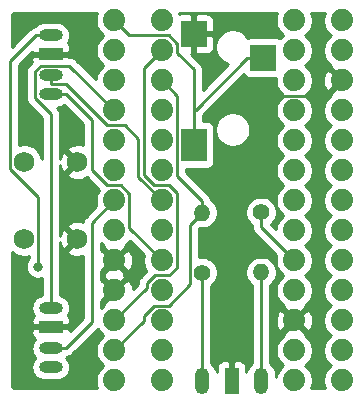
<source format=gbr>
G04 #@! TF.GenerationSoftware,KiCad,Pcbnew,(5.1.5-0-10_14)*
G04 #@! TF.CreationDate,2020-05-13T01:35:36-07:00*
G04 #@! TF.ProjectId,prost-pcb,70726f73-742d-4706-9362-2e6b69636164,0.1.0*
G04 #@! TF.SameCoordinates,Original*
G04 #@! TF.FileFunction,Copper,L1,Top*
G04 #@! TF.FilePolarity,Positive*
%FSLAX46Y46*%
G04 Gerber Fmt 4.6, Leading zero omitted, Abs format (unit mm)*
G04 Created by KiCad (PCBNEW (5.1.5-0-10_14)) date 2020-05-13 01:35:36*
%MOMM*%
%LPD*%
G04 APERTURE LIST*
%ADD10C,1.879600*%
%ADD11R,2.200000X2.200000*%
%ADD12R,2.200000X2.800000*%
%ADD13O,1.400000X1.400000*%
%ADD14C,1.400000*%
%ADD15O,1.250000X2.250000*%
%ADD16R,1.250000X2.250000*%
%ADD17O,2.000000X1.000000*%
%ADD18R,2.000000X1.000000*%
%ADD19C,1.750000*%
%ADD20C,0.800000*%
%ADD21C,0.250000*%
%ADD22C,0.254000*%
G04 APERTURE END LIST*
D10*
X157600000Y-117240000D03*
X142380000Y-117240000D03*
D11*
X155000000Y-89900000D03*
D12*
X149100000Y-97300000D03*
D11*
X149100000Y-87900000D03*
D13*
X149800000Y-103020000D03*
D14*
X149800000Y-108100000D03*
D13*
X154800000Y-108080000D03*
D14*
X154800000Y-103000000D03*
D15*
X149800000Y-117290000D03*
X154800000Y-117290000D03*
D16*
X152300000Y-117290000D03*
D10*
X157620000Y-114700000D03*
X157620000Y-112160000D03*
X157620000Y-109620000D03*
X157620000Y-107080000D03*
X157620000Y-104540000D03*
X157620000Y-102000000D03*
X157620000Y-99460000D03*
X157620000Y-96920000D03*
X157620000Y-94380000D03*
X157620000Y-91840000D03*
X157620000Y-89300000D03*
X157620000Y-86760000D03*
X142380000Y-86760000D03*
X142380000Y-89300000D03*
X142380000Y-91840000D03*
X142380000Y-94380000D03*
X142380000Y-96920000D03*
X142380000Y-99460000D03*
X142380000Y-102000000D03*
X142380000Y-104540000D03*
X142380000Y-107080000D03*
X142380000Y-109620000D03*
X142380000Y-112160000D03*
X142380000Y-114700000D03*
X161620000Y-86760000D03*
X161620000Y-89300000D03*
X161620000Y-91840000D03*
X161620000Y-94380000D03*
X161620000Y-96920000D03*
X161620000Y-99460000D03*
X161620000Y-102000000D03*
X161620000Y-104540000D03*
X161620000Y-107080000D03*
X161620000Y-109620000D03*
X161620000Y-112160000D03*
X161620000Y-114700000D03*
X161620000Y-117240000D03*
X146380000Y-117240000D03*
X146380000Y-114700000D03*
X146380000Y-112160000D03*
X146380000Y-109620000D03*
X146380000Y-107080000D03*
X146380000Y-104540000D03*
X146380000Y-102000000D03*
X146380000Y-99460000D03*
X146380000Y-96920000D03*
X146380000Y-94380000D03*
X146380000Y-91840000D03*
X146380000Y-89300000D03*
X146380000Y-86760000D03*
D17*
X137000000Y-111100000D03*
X137000000Y-116100000D03*
X137000000Y-114500000D03*
D18*
X137000000Y-112700000D03*
D17*
X137000000Y-88000000D03*
X137000000Y-93000000D03*
X137000000Y-91400000D03*
D18*
X137000000Y-89600000D03*
D19*
X139250000Y-98750000D03*
X139250000Y-105250000D03*
X134750000Y-98750000D03*
X134750000Y-105250000D03*
D20*
X135900000Y-107600000D03*
X150800000Y-94400000D03*
D21*
X133549999Y-90200001D02*
X135750000Y-88000000D01*
X133549999Y-99326001D02*
X133549999Y-90200001D01*
X135950001Y-101726003D02*
X133549999Y-99326001D01*
X135950001Y-105826001D02*
X135950001Y-101726003D01*
X135900000Y-105876002D02*
X135950001Y-105826001D01*
X135750000Y-88000000D02*
X137000000Y-88000000D01*
X135900000Y-107600000D02*
X135900000Y-105876002D01*
X140450001Y-99401907D02*
X140450001Y-95200001D01*
X140450001Y-95200001D02*
X138250000Y-93000000D01*
X141772895Y-100724801D02*
X140450001Y-99401907D01*
X142924801Y-100724801D02*
X141772895Y-100724801D01*
X138250000Y-93000000D02*
X137000000Y-93000000D01*
X143644801Y-101444801D02*
X142924801Y-100724801D01*
X143644801Y-104344801D02*
X143644801Y-101444801D01*
X146380000Y-107080000D02*
X143644801Y-104344801D01*
X136158270Y-90574990D02*
X138574990Y-90574990D01*
X138574990Y-90574990D02*
X142380000Y-94380000D01*
X135674990Y-91058270D02*
X136158270Y-90574990D01*
X135674990Y-93341730D02*
X135674990Y-91058270D01*
X137000000Y-94666740D02*
X135674990Y-93341730D01*
X137000000Y-111100000D02*
X137000000Y-94666740D01*
X141772895Y-95644801D02*
X143244801Y-95644801D01*
X138303084Y-92174990D02*
X141772895Y-95644801D01*
X137024990Y-92174990D02*
X138303084Y-92174990D01*
X137000000Y-92150000D02*
X137024990Y-92174990D01*
X137000000Y-91400000D02*
X137000000Y-92150000D01*
X143244801Y-95644801D02*
X144400000Y-96800000D01*
X144400000Y-100020000D02*
X146380000Y-102000000D01*
X144400000Y-96800000D02*
X144400000Y-100020000D01*
X138250000Y-114500000D02*
X137000000Y-114500000D01*
X140450001Y-112299999D02*
X138250000Y-114500000D01*
X140450001Y-103929999D02*
X140450001Y-112299999D01*
X142380000Y-102000000D02*
X140450001Y-103929999D01*
X149800000Y-108100000D02*
X149800000Y-117290000D01*
X154800000Y-108080000D02*
X154800000Y-117290000D01*
X142380000Y-114700000D02*
X144880000Y-112200000D01*
X148774999Y-104045001D02*
X149800000Y-103020000D01*
X146976707Y-110895199D02*
X148774999Y-109096907D01*
X145772895Y-110895199D02*
X146976707Y-110895199D01*
X148774999Y-109096907D02*
X148774999Y-104045001D01*
X144880000Y-111788094D02*
X145772895Y-110895199D01*
X144880000Y-112200000D02*
X144880000Y-111788094D01*
X149800000Y-102030051D02*
X149800000Y-103020000D01*
X147674999Y-99905050D02*
X149800000Y-102030051D01*
X147674999Y-93134999D02*
X147674999Y-99905050D01*
X146380000Y-91840000D02*
X147674999Y-93134999D01*
X147644801Y-101382497D02*
X146987105Y-100724801D01*
X145772895Y-100724801D02*
X144900000Y-99851906D01*
X147644801Y-107687105D02*
X147644801Y-101382497D01*
X146987105Y-108344801D02*
X147644801Y-107687105D01*
X145783293Y-108344801D02*
X146987105Y-108344801D01*
X146987105Y-100724801D02*
X145772895Y-100724801D01*
X145115199Y-109424801D02*
X145115199Y-109012895D01*
X145115199Y-109012895D02*
X145783293Y-108344801D01*
X142380000Y-112160000D02*
X145115199Y-109424801D01*
X144900000Y-90780000D02*
X146380000Y-89300000D01*
X144900000Y-99851906D02*
X144900000Y-90780000D01*
X154800000Y-104260000D02*
X154800000Y-103000000D01*
X157620000Y-107080000D02*
X154800000Y-104260000D01*
X143644801Y-88024801D02*
X142380000Y-86760000D01*
X146976707Y-88024801D02*
X143644801Y-88024801D01*
X147674999Y-88723093D02*
X146976707Y-88024801D01*
X147674999Y-89474999D02*
X147674999Y-88723093D01*
X149100000Y-90900000D02*
X147674999Y-89474999D01*
X153650000Y-89900000D02*
X149250000Y-94300000D01*
X155000000Y-89900000D02*
X153650000Y-89900000D01*
X149100000Y-94300000D02*
X149100000Y-90900000D01*
X149250000Y-94300000D02*
X149100000Y-94300000D01*
X149100000Y-97300000D02*
X149100000Y-94300000D01*
X152084801Y-93115199D02*
X150800000Y-94400000D01*
X160344801Y-93115199D02*
X152084801Y-93115199D01*
X161620000Y-91840000D02*
X160344801Y-93115199D01*
D22*
G36*
X139690002Y-95514804D02*
G01*
X139690001Y-97303901D01*
X139479474Y-97250145D01*
X139182457Y-97234196D01*
X138888037Y-97276499D01*
X138607526Y-97375428D01*
X138464025Y-97452132D01*
X138383365Y-97703760D01*
X139250000Y-98570395D01*
X139264143Y-98556253D01*
X139443748Y-98735858D01*
X139429605Y-98750000D01*
X139443748Y-98764143D01*
X139264143Y-98943748D01*
X139250000Y-98929605D01*
X138383365Y-99796240D01*
X138464025Y-100047868D01*
X138732329Y-100176267D01*
X139020526Y-100249855D01*
X139317543Y-100265804D01*
X139611963Y-100223501D01*
X139892474Y-100124572D01*
X140026321Y-100053028D01*
X141081728Y-101108436D01*
X140984430Y-101254052D01*
X140865718Y-101540648D01*
X140805200Y-101844896D01*
X140805200Y-102155104D01*
X140862421Y-102442777D01*
X139939004Y-103366195D01*
X139910000Y-103389998D01*
X139865456Y-103444276D01*
X139815027Y-103505723D01*
X139774724Y-103581125D01*
X139744455Y-103637753D01*
X139700998Y-103781014D01*
X139698529Y-103806078D01*
X139479474Y-103750145D01*
X139182457Y-103734196D01*
X138888037Y-103776499D01*
X138607526Y-103875428D01*
X138464025Y-103952132D01*
X138383365Y-104203760D01*
X139250000Y-105070395D01*
X139264143Y-105056253D01*
X139443748Y-105235858D01*
X139429605Y-105250000D01*
X139443748Y-105264143D01*
X139264143Y-105443748D01*
X139250000Y-105429605D01*
X138383365Y-106296240D01*
X138464025Y-106547868D01*
X138732329Y-106676267D01*
X139020526Y-106749855D01*
X139317543Y-106765804D01*
X139611963Y-106723501D01*
X139690001Y-106695979D01*
X139690002Y-111985196D01*
X138635770Y-113039429D01*
X138635000Y-112985750D01*
X138476250Y-112827000D01*
X137127000Y-112827000D01*
X137127000Y-112847000D01*
X136873000Y-112847000D01*
X136873000Y-112827000D01*
X135523750Y-112827000D01*
X135365000Y-112985750D01*
X135361928Y-113200000D01*
X135374188Y-113324482D01*
X135410498Y-113444180D01*
X135469463Y-113554494D01*
X135548815Y-113651185D01*
X135645506Y-113730537D01*
X135657803Y-113737110D01*
X135551716Y-113866377D01*
X135446324Y-114063553D01*
X135381423Y-114277501D01*
X135359509Y-114500000D01*
X135381423Y-114722499D01*
X135446324Y-114936447D01*
X135551716Y-115133623D01*
X135688258Y-115300000D01*
X135551716Y-115466377D01*
X135446324Y-115663553D01*
X135381423Y-115877501D01*
X135359509Y-116100000D01*
X135381423Y-116322499D01*
X135446324Y-116536447D01*
X135551716Y-116733623D01*
X135693551Y-116906449D01*
X135866377Y-117048284D01*
X136063553Y-117153676D01*
X136277501Y-117218577D01*
X136444248Y-117235000D01*
X137555752Y-117235000D01*
X137722499Y-117218577D01*
X137936447Y-117153676D01*
X138133623Y-117048284D01*
X138306449Y-116906449D01*
X138448284Y-116733623D01*
X138553676Y-116536447D01*
X138618577Y-116322499D01*
X138640491Y-116100000D01*
X138618577Y-115877501D01*
X138553676Y-115663553D01*
X138448284Y-115466377D01*
X138311742Y-115300000D01*
X138349602Y-115253867D01*
X138398986Y-115249003D01*
X138542247Y-115205546D01*
X138674276Y-115134974D01*
X138790001Y-115040001D01*
X138813804Y-115010997D01*
X140961004Y-112863798D01*
X140965457Y-112860143D01*
X140984430Y-112905948D01*
X141156773Y-113163877D01*
X141376123Y-113383227D01*
X141446124Y-113430000D01*
X141376123Y-113476773D01*
X141156773Y-113696123D01*
X140984430Y-113954052D01*
X140865718Y-114240648D01*
X140805200Y-114544896D01*
X140805200Y-114855104D01*
X140865718Y-115159352D01*
X140984430Y-115445948D01*
X141156773Y-115703877D01*
X141376123Y-115923227D01*
X141446124Y-115970000D01*
X141376123Y-116016773D01*
X141156773Y-116236123D01*
X140984430Y-116494052D01*
X140865718Y-116780648D01*
X140805200Y-117084896D01*
X140805200Y-117395104D01*
X140865718Y-117699352D01*
X140950900Y-117905000D01*
X134033991Y-117905000D01*
X133941406Y-117895922D01*
X133885044Y-117878905D01*
X133833057Y-117851263D01*
X133787438Y-117814057D01*
X133749905Y-117768688D01*
X133721906Y-117716905D01*
X133704494Y-117660656D01*
X133695000Y-117570325D01*
X133695000Y-106330462D01*
X133787431Y-106422893D01*
X134034747Y-106588144D01*
X134309549Y-106701971D01*
X134601278Y-106760000D01*
X134898722Y-106760000D01*
X135140001Y-106712006D01*
X135140000Y-106896289D01*
X135096063Y-106940226D01*
X134982795Y-107109744D01*
X134904774Y-107298102D01*
X134865000Y-107498061D01*
X134865000Y-107701939D01*
X134904774Y-107901898D01*
X134982795Y-108090256D01*
X135096063Y-108259774D01*
X135240226Y-108403937D01*
X135409744Y-108517205D01*
X135598102Y-108595226D01*
X135798061Y-108635000D01*
X136001939Y-108635000D01*
X136201898Y-108595226D01*
X136240000Y-108579443D01*
X136240000Y-109992799D01*
X136063553Y-110046324D01*
X135866377Y-110151716D01*
X135693551Y-110293551D01*
X135551716Y-110466377D01*
X135446324Y-110663553D01*
X135381423Y-110877501D01*
X135359509Y-111100000D01*
X135381423Y-111322499D01*
X135446324Y-111536447D01*
X135551716Y-111733623D01*
X135557999Y-111741278D01*
X135548815Y-111748815D01*
X135469463Y-111845506D01*
X135410498Y-111955820D01*
X135374188Y-112075518D01*
X135361928Y-112200000D01*
X135365000Y-112414250D01*
X135523750Y-112573000D01*
X136873000Y-112573000D01*
X136873000Y-112553000D01*
X137127000Y-112553000D01*
X137127000Y-112573000D01*
X138476250Y-112573000D01*
X138635000Y-112414250D01*
X138638072Y-112200000D01*
X138625812Y-112075518D01*
X138589502Y-111955820D01*
X138530537Y-111845506D01*
X138451185Y-111748815D01*
X138442001Y-111741278D01*
X138448284Y-111733623D01*
X138553676Y-111536447D01*
X138618577Y-111322499D01*
X138640491Y-111100000D01*
X138618577Y-110877501D01*
X138553676Y-110663553D01*
X138448284Y-110466377D01*
X138306449Y-110293551D01*
X138133623Y-110151716D01*
X137936447Y-110046324D01*
X137760000Y-109992799D01*
X137760000Y-105497133D01*
X137776499Y-105611963D01*
X137875428Y-105892474D01*
X137952132Y-106035975D01*
X138203760Y-106116635D01*
X139070395Y-105250000D01*
X138203760Y-104383365D01*
X137952132Y-104464025D01*
X137823733Y-104732329D01*
X137760000Y-104981930D01*
X137760000Y-98997133D01*
X137776499Y-99111963D01*
X137875428Y-99392474D01*
X137952132Y-99535975D01*
X138203760Y-99616635D01*
X139070395Y-98750000D01*
X138203760Y-97883365D01*
X137952132Y-97964025D01*
X137823733Y-98232329D01*
X137760000Y-98481930D01*
X137760000Y-94704062D01*
X137763676Y-94666739D01*
X137760000Y-94629416D01*
X137760000Y-94629407D01*
X137749003Y-94517754D01*
X137705546Y-94374493D01*
X137645773Y-94262667D01*
X137634974Y-94242463D01*
X137563799Y-94155737D01*
X137546781Y-94135000D01*
X137555752Y-94135000D01*
X137722499Y-94118577D01*
X137936447Y-94053676D01*
X138127015Y-93951816D01*
X139690002Y-95514804D01*
G37*
X139690002Y-95514804D02*
X139690001Y-97303901D01*
X139479474Y-97250145D01*
X139182457Y-97234196D01*
X138888037Y-97276499D01*
X138607526Y-97375428D01*
X138464025Y-97452132D01*
X138383365Y-97703760D01*
X139250000Y-98570395D01*
X139264143Y-98556253D01*
X139443748Y-98735858D01*
X139429605Y-98750000D01*
X139443748Y-98764143D01*
X139264143Y-98943748D01*
X139250000Y-98929605D01*
X138383365Y-99796240D01*
X138464025Y-100047868D01*
X138732329Y-100176267D01*
X139020526Y-100249855D01*
X139317543Y-100265804D01*
X139611963Y-100223501D01*
X139892474Y-100124572D01*
X140026321Y-100053028D01*
X141081728Y-101108436D01*
X140984430Y-101254052D01*
X140865718Y-101540648D01*
X140805200Y-101844896D01*
X140805200Y-102155104D01*
X140862421Y-102442777D01*
X139939004Y-103366195D01*
X139910000Y-103389998D01*
X139865456Y-103444276D01*
X139815027Y-103505723D01*
X139774724Y-103581125D01*
X139744455Y-103637753D01*
X139700998Y-103781014D01*
X139698529Y-103806078D01*
X139479474Y-103750145D01*
X139182457Y-103734196D01*
X138888037Y-103776499D01*
X138607526Y-103875428D01*
X138464025Y-103952132D01*
X138383365Y-104203760D01*
X139250000Y-105070395D01*
X139264143Y-105056253D01*
X139443748Y-105235858D01*
X139429605Y-105250000D01*
X139443748Y-105264143D01*
X139264143Y-105443748D01*
X139250000Y-105429605D01*
X138383365Y-106296240D01*
X138464025Y-106547868D01*
X138732329Y-106676267D01*
X139020526Y-106749855D01*
X139317543Y-106765804D01*
X139611963Y-106723501D01*
X139690001Y-106695979D01*
X139690002Y-111985196D01*
X138635770Y-113039429D01*
X138635000Y-112985750D01*
X138476250Y-112827000D01*
X137127000Y-112827000D01*
X137127000Y-112847000D01*
X136873000Y-112847000D01*
X136873000Y-112827000D01*
X135523750Y-112827000D01*
X135365000Y-112985750D01*
X135361928Y-113200000D01*
X135374188Y-113324482D01*
X135410498Y-113444180D01*
X135469463Y-113554494D01*
X135548815Y-113651185D01*
X135645506Y-113730537D01*
X135657803Y-113737110D01*
X135551716Y-113866377D01*
X135446324Y-114063553D01*
X135381423Y-114277501D01*
X135359509Y-114500000D01*
X135381423Y-114722499D01*
X135446324Y-114936447D01*
X135551716Y-115133623D01*
X135688258Y-115300000D01*
X135551716Y-115466377D01*
X135446324Y-115663553D01*
X135381423Y-115877501D01*
X135359509Y-116100000D01*
X135381423Y-116322499D01*
X135446324Y-116536447D01*
X135551716Y-116733623D01*
X135693551Y-116906449D01*
X135866377Y-117048284D01*
X136063553Y-117153676D01*
X136277501Y-117218577D01*
X136444248Y-117235000D01*
X137555752Y-117235000D01*
X137722499Y-117218577D01*
X137936447Y-117153676D01*
X138133623Y-117048284D01*
X138306449Y-116906449D01*
X138448284Y-116733623D01*
X138553676Y-116536447D01*
X138618577Y-116322499D01*
X138640491Y-116100000D01*
X138618577Y-115877501D01*
X138553676Y-115663553D01*
X138448284Y-115466377D01*
X138311742Y-115300000D01*
X138349602Y-115253867D01*
X138398986Y-115249003D01*
X138542247Y-115205546D01*
X138674276Y-115134974D01*
X138790001Y-115040001D01*
X138813804Y-115010997D01*
X140961004Y-112863798D01*
X140965457Y-112860143D01*
X140984430Y-112905948D01*
X141156773Y-113163877D01*
X141376123Y-113383227D01*
X141446124Y-113430000D01*
X141376123Y-113476773D01*
X141156773Y-113696123D01*
X140984430Y-113954052D01*
X140865718Y-114240648D01*
X140805200Y-114544896D01*
X140805200Y-114855104D01*
X140865718Y-115159352D01*
X140984430Y-115445948D01*
X141156773Y-115703877D01*
X141376123Y-115923227D01*
X141446124Y-115970000D01*
X141376123Y-116016773D01*
X141156773Y-116236123D01*
X140984430Y-116494052D01*
X140865718Y-116780648D01*
X140805200Y-117084896D01*
X140805200Y-117395104D01*
X140865718Y-117699352D01*
X140950900Y-117905000D01*
X134033991Y-117905000D01*
X133941406Y-117895922D01*
X133885044Y-117878905D01*
X133833057Y-117851263D01*
X133787438Y-117814057D01*
X133749905Y-117768688D01*
X133721906Y-117716905D01*
X133704494Y-117660656D01*
X133695000Y-117570325D01*
X133695000Y-106330462D01*
X133787431Y-106422893D01*
X134034747Y-106588144D01*
X134309549Y-106701971D01*
X134601278Y-106760000D01*
X134898722Y-106760000D01*
X135140001Y-106712006D01*
X135140000Y-106896289D01*
X135096063Y-106940226D01*
X134982795Y-107109744D01*
X134904774Y-107298102D01*
X134865000Y-107498061D01*
X134865000Y-107701939D01*
X134904774Y-107901898D01*
X134982795Y-108090256D01*
X135096063Y-108259774D01*
X135240226Y-108403937D01*
X135409744Y-108517205D01*
X135598102Y-108595226D01*
X135798061Y-108635000D01*
X136001939Y-108635000D01*
X136201898Y-108595226D01*
X136240000Y-108579443D01*
X136240000Y-109992799D01*
X136063553Y-110046324D01*
X135866377Y-110151716D01*
X135693551Y-110293551D01*
X135551716Y-110466377D01*
X135446324Y-110663553D01*
X135381423Y-110877501D01*
X135359509Y-111100000D01*
X135381423Y-111322499D01*
X135446324Y-111536447D01*
X135551716Y-111733623D01*
X135557999Y-111741278D01*
X135548815Y-111748815D01*
X135469463Y-111845506D01*
X135410498Y-111955820D01*
X135374188Y-112075518D01*
X135361928Y-112200000D01*
X135365000Y-112414250D01*
X135523750Y-112573000D01*
X136873000Y-112573000D01*
X136873000Y-112553000D01*
X137127000Y-112553000D01*
X137127000Y-112573000D01*
X138476250Y-112573000D01*
X138635000Y-112414250D01*
X138638072Y-112200000D01*
X138625812Y-112075518D01*
X138589502Y-111955820D01*
X138530537Y-111845506D01*
X138451185Y-111748815D01*
X138442001Y-111741278D01*
X138448284Y-111733623D01*
X138553676Y-111536447D01*
X138618577Y-111322499D01*
X138640491Y-111100000D01*
X138618577Y-110877501D01*
X138553676Y-110663553D01*
X138448284Y-110466377D01*
X138306449Y-110293551D01*
X138133623Y-110151716D01*
X137936447Y-110046324D01*
X137760000Y-109992799D01*
X137760000Y-105497133D01*
X137776499Y-105611963D01*
X137875428Y-105892474D01*
X137952132Y-106035975D01*
X138203760Y-106116635D01*
X139070395Y-105250000D01*
X138203760Y-104383365D01*
X137952132Y-104464025D01*
X137823733Y-104732329D01*
X137760000Y-104981930D01*
X137760000Y-98997133D01*
X137776499Y-99111963D01*
X137875428Y-99392474D01*
X137952132Y-99535975D01*
X138203760Y-99616635D01*
X139070395Y-98750000D01*
X138203760Y-97883365D01*
X137952132Y-97964025D01*
X137823733Y-98232329D01*
X137760000Y-98481930D01*
X137760000Y-94704062D01*
X137763676Y-94666739D01*
X137760000Y-94629416D01*
X137760000Y-94629407D01*
X137749003Y-94517754D01*
X137705546Y-94374493D01*
X137645773Y-94262667D01*
X137634974Y-94242463D01*
X137563799Y-94155737D01*
X137546781Y-94135000D01*
X137555752Y-94135000D01*
X137722499Y-94118577D01*
X137936447Y-94053676D01*
X138127015Y-93951816D01*
X139690002Y-95514804D01*
G36*
X160105718Y-86300648D02*
G01*
X160045200Y-86604896D01*
X160045200Y-86915104D01*
X160105718Y-87219352D01*
X160224430Y-87505948D01*
X160396773Y-87763877D01*
X160616123Y-87983227D01*
X160686124Y-88030000D01*
X160616123Y-88076773D01*
X160396773Y-88296123D01*
X160224430Y-88554052D01*
X160105718Y-88840648D01*
X160045200Y-89144896D01*
X160045200Y-89455104D01*
X160105718Y-89759352D01*
X160224430Y-90045948D01*
X160396773Y-90303877D01*
X160616123Y-90523227D01*
X160752714Y-90614495D01*
X160707129Y-90747524D01*
X161620000Y-91660395D01*
X161634143Y-91646253D01*
X161813748Y-91825858D01*
X161799605Y-91840000D01*
X161813748Y-91854143D01*
X161634143Y-92033748D01*
X161620000Y-92019605D01*
X160707129Y-92932476D01*
X160752714Y-93065505D01*
X160616123Y-93156773D01*
X160396773Y-93376123D01*
X160224430Y-93634052D01*
X160105718Y-93920648D01*
X160045200Y-94224896D01*
X160045200Y-94535104D01*
X160105718Y-94839352D01*
X160224430Y-95125948D01*
X160396773Y-95383877D01*
X160616123Y-95603227D01*
X160686124Y-95650000D01*
X160616123Y-95696773D01*
X160396773Y-95916123D01*
X160224430Y-96174052D01*
X160105718Y-96460648D01*
X160045200Y-96764896D01*
X160045200Y-97075104D01*
X160105718Y-97379352D01*
X160224430Y-97665948D01*
X160396773Y-97923877D01*
X160616123Y-98143227D01*
X160686124Y-98190000D01*
X160616123Y-98236773D01*
X160396773Y-98456123D01*
X160224430Y-98714052D01*
X160105718Y-99000648D01*
X160045200Y-99304896D01*
X160045200Y-99615104D01*
X160105718Y-99919352D01*
X160224430Y-100205948D01*
X160396773Y-100463877D01*
X160616123Y-100683227D01*
X160686124Y-100730000D01*
X160616123Y-100776773D01*
X160396773Y-100996123D01*
X160224430Y-101254052D01*
X160105718Y-101540648D01*
X160045200Y-101844896D01*
X160045200Y-102155104D01*
X160105718Y-102459352D01*
X160224430Y-102745948D01*
X160396773Y-103003877D01*
X160616123Y-103223227D01*
X160686124Y-103270000D01*
X160616123Y-103316773D01*
X160396773Y-103536123D01*
X160224430Y-103794052D01*
X160105718Y-104080648D01*
X160045200Y-104384896D01*
X160045200Y-104695104D01*
X160105718Y-104999352D01*
X160224430Y-105285948D01*
X160396773Y-105543877D01*
X160616123Y-105763227D01*
X160686124Y-105810000D01*
X160616123Y-105856773D01*
X160396773Y-106076123D01*
X160224430Y-106334052D01*
X160105718Y-106620648D01*
X160045200Y-106924896D01*
X160045200Y-107235104D01*
X160105718Y-107539352D01*
X160224430Y-107825948D01*
X160396773Y-108083877D01*
X160616123Y-108303227D01*
X160686124Y-108350000D01*
X160616123Y-108396773D01*
X160396773Y-108616123D01*
X160224430Y-108874052D01*
X160105718Y-109160648D01*
X160045200Y-109464896D01*
X160045200Y-109775104D01*
X160105718Y-110079352D01*
X160224430Y-110365948D01*
X160396773Y-110623877D01*
X160616123Y-110843227D01*
X160686124Y-110890000D01*
X160616123Y-110936773D01*
X160396773Y-111156123D01*
X160224430Y-111414052D01*
X160105718Y-111700648D01*
X160045200Y-112004896D01*
X160045200Y-112315104D01*
X160105718Y-112619352D01*
X160224430Y-112905948D01*
X160396773Y-113163877D01*
X160616123Y-113383227D01*
X160686124Y-113430000D01*
X160616123Y-113476773D01*
X160396773Y-113696123D01*
X160224430Y-113954052D01*
X160105718Y-114240648D01*
X160045200Y-114544896D01*
X160045200Y-114855104D01*
X160105718Y-115159352D01*
X160224430Y-115445948D01*
X160396773Y-115703877D01*
X160616123Y-115923227D01*
X160686124Y-115970000D01*
X160616123Y-116016773D01*
X160396773Y-116236123D01*
X160224430Y-116494052D01*
X160105718Y-116780648D01*
X160045200Y-117084896D01*
X160045200Y-117395104D01*
X160105718Y-117699352D01*
X160190900Y-117905000D01*
X159029100Y-117905000D01*
X159114282Y-117699352D01*
X159174800Y-117395104D01*
X159174800Y-117084896D01*
X159114282Y-116780648D01*
X158995570Y-116494052D01*
X158823227Y-116236123D01*
X158603877Y-116016773D01*
X158543876Y-115976682D01*
X158623877Y-115923227D01*
X158843227Y-115703877D01*
X159015570Y-115445948D01*
X159134282Y-115159352D01*
X159194800Y-114855104D01*
X159194800Y-114544896D01*
X159134282Y-114240648D01*
X159015570Y-113954052D01*
X158843227Y-113696123D01*
X158623877Y-113476773D01*
X158487286Y-113385505D01*
X158532871Y-113252476D01*
X157620000Y-112339605D01*
X156707129Y-113252476D01*
X156752714Y-113385505D01*
X156616123Y-113476773D01*
X156396773Y-113696123D01*
X156224430Y-113954052D01*
X156105718Y-114240648D01*
X156045200Y-114544896D01*
X156045200Y-114855104D01*
X156105718Y-115159352D01*
X156224430Y-115445948D01*
X156396773Y-115703877D01*
X156616123Y-115923227D01*
X156676124Y-115963318D01*
X156596123Y-116016773D01*
X156376773Y-116236123D01*
X156204430Y-116494052D01*
X156085718Y-116780648D01*
X156060000Y-116909943D01*
X156060000Y-116728107D01*
X156041768Y-116542997D01*
X155969720Y-116305486D01*
X155852720Y-116086595D01*
X155695265Y-115894735D01*
X155560000Y-115783727D01*
X155560000Y-112224977D01*
X156038916Y-112224977D01*
X156081973Y-112532184D01*
X156184135Y-112825086D01*
X156269277Y-112984377D01*
X156527524Y-113072871D01*
X157440395Y-112160000D01*
X157799605Y-112160000D01*
X158712476Y-113072871D01*
X158970723Y-112984377D01*
X159105597Y-112705024D01*
X159183381Y-112404725D01*
X159201084Y-112095023D01*
X159158027Y-111787816D01*
X159055865Y-111494914D01*
X158970723Y-111335623D01*
X158712476Y-111247129D01*
X157799605Y-112160000D01*
X157440395Y-112160000D01*
X156527524Y-111247129D01*
X156269277Y-111335623D01*
X156134403Y-111614976D01*
X156056619Y-111915275D01*
X156038916Y-112224977D01*
X155560000Y-112224977D01*
X155560000Y-109177775D01*
X155651013Y-109116962D01*
X155836962Y-108931013D01*
X155983061Y-108712359D01*
X156083696Y-108469405D01*
X156135000Y-108211486D01*
X156135000Y-107948514D01*
X156083696Y-107690595D01*
X155983061Y-107447641D01*
X155836962Y-107228987D01*
X155651013Y-107043038D01*
X155432359Y-106896939D01*
X155189405Y-106796304D01*
X154931486Y-106745000D01*
X154668514Y-106745000D01*
X154410595Y-106796304D01*
X154167641Y-106896939D01*
X153948987Y-107043038D01*
X153763038Y-107228987D01*
X153616939Y-107447641D01*
X153516304Y-107690595D01*
X153465000Y-107948514D01*
X153465000Y-108211486D01*
X153516304Y-108469405D01*
X153616939Y-108712359D01*
X153763038Y-108931013D01*
X153948987Y-109116962D01*
X154040000Y-109177775D01*
X154040001Y-115783726D01*
X153904735Y-115894735D01*
X153747280Y-116086596D01*
X153630280Y-116305487D01*
X153561731Y-116531464D01*
X153563072Y-116165000D01*
X153550812Y-116040518D01*
X153514502Y-115920820D01*
X153455537Y-115810506D01*
X153376185Y-115713815D01*
X153279494Y-115634463D01*
X153169180Y-115575498D01*
X153049482Y-115539188D01*
X152925000Y-115526928D01*
X152585750Y-115530000D01*
X152427000Y-115688750D01*
X152427000Y-117163000D01*
X152447000Y-117163000D01*
X152447000Y-117417000D01*
X152427000Y-117417000D01*
X152427000Y-117437000D01*
X152173000Y-117437000D01*
X152173000Y-117417000D01*
X152153000Y-117417000D01*
X152153000Y-117163000D01*
X152173000Y-117163000D01*
X152173000Y-115688750D01*
X152014250Y-115530000D01*
X151675000Y-115526928D01*
X151550518Y-115539188D01*
X151430820Y-115575498D01*
X151320506Y-115634463D01*
X151223815Y-115713815D01*
X151144463Y-115810506D01*
X151085498Y-115920820D01*
X151049188Y-116040518D01*
X151036928Y-116165000D01*
X151038269Y-116531464D01*
X150969720Y-116305486D01*
X150852720Y-116086595D01*
X150695265Y-115894735D01*
X150560000Y-115783727D01*
X150560000Y-109197775D01*
X150651013Y-109136962D01*
X150836962Y-108951013D01*
X150983061Y-108732359D01*
X151083696Y-108489405D01*
X151135000Y-108231486D01*
X151135000Y-107968514D01*
X151083696Y-107710595D01*
X150983061Y-107467641D01*
X150836962Y-107248987D01*
X150651013Y-107063038D01*
X150432359Y-106916939D01*
X150189405Y-106816304D01*
X149931486Y-106765000D01*
X149668514Y-106765000D01*
X149534999Y-106791558D01*
X149534999Y-104359802D01*
X149561156Y-104333645D01*
X149668514Y-104355000D01*
X149931486Y-104355000D01*
X150189405Y-104303696D01*
X150432359Y-104203061D01*
X150651013Y-104056962D01*
X150836962Y-103871013D01*
X150983061Y-103652359D01*
X151083696Y-103409405D01*
X151135000Y-103151486D01*
X151135000Y-102888514D01*
X151083696Y-102630595D01*
X150983061Y-102387641D01*
X150836962Y-102168987D01*
X150651013Y-101983038D01*
X150552568Y-101917260D01*
X150549003Y-101881065D01*
X150505546Y-101737804D01*
X150434974Y-101605775D01*
X150340001Y-101490050D01*
X150311004Y-101466253D01*
X148434999Y-99590249D01*
X148434999Y-99338072D01*
X150200000Y-99338072D01*
X150324482Y-99325812D01*
X150444180Y-99289502D01*
X150554494Y-99230537D01*
X150651185Y-99151185D01*
X150730537Y-99054494D01*
X150789502Y-98944180D01*
X150825812Y-98824482D01*
X150838072Y-98700000D01*
X150838072Y-95900000D01*
X150833516Y-95853740D01*
X150915000Y-95853740D01*
X150915000Y-96146260D01*
X150972068Y-96433158D01*
X151084010Y-96703411D01*
X151246525Y-96946632D01*
X151453368Y-97153475D01*
X151696589Y-97315990D01*
X151966842Y-97427932D01*
X152253740Y-97485000D01*
X152546260Y-97485000D01*
X152833158Y-97427932D01*
X153103411Y-97315990D01*
X153346632Y-97153475D01*
X153553475Y-96946632D01*
X153715990Y-96703411D01*
X153827932Y-96433158D01*
X153885000Y-96146260D01*
X153885000Y-95853740D01*
X153827932Y-95566842D01*
X153715990Y-95296589D01*
X153553475Y-95053368D01*
X153346632Y-94846525D01*
X153103411Y-94684010D01*
X152833158Y-94572068D01*
X152546260Y-94515000D01*
X152253740Y-94515000D01*
X151966842Y-94572068D01*
X151696589Y-94684010D01*
X151453368Y-94846525D01*
X151246525Y-95053368D01*
X151084010Y-95296589D01*
X150972068Y-95566842D01*
X150915000Y-95853740D01*
X150833516Y-95853740D01*
X150825812Y-95775518D01*
X150789502Y-95655820D01*
X150730537Y-95545506D01*
X150651185Y-95448815D01*
X150554494Y-95369463D01*
X150444180Y-95310498D01*
X150324482Y-95274188D01*
X150200000Y-95261928D01*
X149860000Y-95261928D01*
X149860000Y-94764801D01*
X153334924Y-91289878D01*
X153369463Y-91354494D01*
X153448815Y-91451185D01*
X153545506Y-91530537D01*
X153655820Y-91589502D01*
X153775518Y-91625812D01*
X153900000Y-91638072D01*
X156054514Y-91638072D01*
X156045200Y-91684896D01*
X156045200Y-91995104D01*
X156105718Y-92299352D01*
X156224430Y-92585948D01*
X156396773Y-92843877D01*
X156616123Y-93063227D01*
X156686124Y-93110000D01*
X156616123Y-93156773D01*
X156396773Y-93376123D01*
X156224430Y-93634052D01*
X156105718Y-93920648D01*
X156045200Y-94224896D01*
X156045200Y-94535104D01*
X156105718Y-94839352D01*
X156224430Y-95125948D01*
X156396773Y-95383877D01*
X156616123Y-95603227D01*
X156686124Y-95650000D01*
X156616123Y-95696773D01*
X156396773Y-95916123D01*
X156224430Y-96174052D01*
X156105718Y-96460648D01*
X156045200Y-96764896D01*
X156045200Y-97075104D01*
X156105718Y-97379352D01*
X156224430Y-97665948D01*
X156396773Y-97923877D01*
X156616123Y-98143227D01*
X156686124Y-98190000D01*
X156616123Y-98236773D01*
X156396773Y-98456123D01*
X156224430Y-98714052D01*
X156105718Y-99000648D01*
X156045200Y-99304896D01*
X156045200Y-99615104D01*
X156105718Y-99919352D01*
X156224430Y-100205948D01*
X156396773Y-100463877D01*
X156616123Y-100683227D01*
X156686124Y-100730000D01*
X156616123Y-100776773D01*
X156396773Y-100996123D01*
X156224430Y-101254052D01*
X156105718Y-101540648D01*
X156045200Y-101844896D01*
X156045200Y-102155104D01*
X156105718Y-102459352D01*
X156224430Y-102745948D01*
X156396773Y-103003877D01*
X156616123Y-103223227D01*
X156686124Y-103270000D01*
X156616123Y-103316773D01*
X156396773Y-103536123D01*
X156224430Y-103794052D01*
X156105718Y-104080648D01*
X156045200Y-104384896D01*
X156045200Y-104430399D01*
X155651388Y-104036587D01*
X155836962Y-103851013D01*
X155983061Y-103632359D01*
X156083696Y-103389405D01*
X156135000Y-103131486D01*
X156135000Y-102868514D01*
X156083696Y-102610595D01*
X155983061Y-102367641D01*
X155836962Y-102148987D01*
X155651013Y-101963038D01*
X155432359Y-101816939D01*
X155189405Y-101716304D01*
X154931486Y-101665000D01*
X154668514Y-101665000D01*
X154410595Y-101716304D01*
X154167641Y-101816939D01*
X153948987Y-101963038D01*
X153763038Y-102148987D01*
X153616939Y-102367641D01*
X153516304Y-102610595D01*
X153465000Y-102868514D01*
X153465000Y-103131486D01*
X153516304Y-103389405D01*
X153616939Y-103632359D01*
X153763038Y-103851013D01*
X153948987Y-104036962D01*
X154040000Y-104097775D01*
X154040000Y-104222677D01*
X154036324Y-104260000D01*
X154040000Y-104297322D01*
X154040000Y-104297332D01*
X154050997Y-104408985D01*
X154089146Y-104534747D01*
X154094454Y-104552246D01*
X154165026Y-104684276D01*
X154204463Y-104732329D01*
X154259999Y-104800001D01*
X154289003Y-104823804D01*
X156102421Y-106637223D01*
X156045200Y-106924896D01*
X156045200Y-107235104D01*
X156105718Y-107539352D01*
X156224430Y-107825948D01*
X156396773Y-108083877D01*
X156616123Y-108303227D01*
X156686124Y-108350000D01*
X156616123Y-108396773D01*
X156396773Y-108616123D01*
X156224430Y-108874052D01*
X156105718Y-109160648D01*
X156045200Y-109464896D01*
X156045200Y-109775104D01*
X156105718Y-110079352D01*
X156224430Y-110365948D01*
X156396773Y-110623877D01*
X156616123Y-110843227D01*
X156752714Y-110934495D01*
X156707129Y-111067524D01*
X157620000Y-111980395D01*
X158532871Y-111067524D01*
X158487286Y-110934495D01*
X158623877Y-110843227D01*
X158843227Y-110623877D01*
X159015570Y-110365948D01*
X159134282Y-110079352D01*
X159194800Y-109775104D01*
X159194800Y-109464896D01*
X159134282Y-109160648D01*
X159015570Y-108874052D01*
X158843227Y-108616123D01*
X158623877Y-108396773D01*
X158553876Y-108350000D01*
X158623877Y-108303227D01*
X158843227Y-108083877D01*
X159015570Y-107825948D01*
X159134282Y-107539352D01*
X159194800Y-107235104D01*
X159194800Y-106924896D01*
X159134282Y-106620648D01*
X159015570Y-106334052D01*
X158843227Y-106076123D01*
X158623877Y-105856773D01*
X158553876Y-105810000D01*
X158623877Y-105763227D01*
X158843227Y-105543877D01*
X159015570Y-105285948D01*
X159134282Y-104999352D01*
X159194800Y-104695104D01*
X159194800Y-104384896D01*
X159134282Y-104080648D01*
X159015570Y-103794052D01*
X158843227Y-103536123D01*
X158623877Y-103316773D01*
X158553876Y-103270000D01*
X158623877Y-103223227D01*
X158843227Y-103003877D01*
X159015570Y-102745948D01*
X159134282Y-102459352D01*
X159194800Y-102155104D01*
X159194800Y-101844896D01*
X159134282Y-101540648D01*
X159015570Y-101254052D01*
X158843227Y-100996123D01*
X158623877Y-100776773D01*
X158553876Y-100730000D01*
X158623877Y-100683227D01*
X158843227Y-100463877D01*
X159015570Y-100205948D01*
X159134282Y-99919352D01*
X159194800Y-99615104D01*
X159194800Y-99304896D01*
X159134282Y-99000648D01*
X159015570Y-98714052D01*
X158843227Y-98456123D01*
X158623877Y-98236773D01*
X158553876Y-98190000D01*
X158623877Y-98143227D01*
X158843227Y-97923877D01*
X159015570Y-97665948D01*
X159134282Y-97379352D01*
X159194800Y-97075104D01*
X159194800Y-96764896D01*
X159134282Y-96460648D01*
X159015570Y-96174052D01*
X158843227Y-95916123D01*
X158623877Y-95696773D01*
X158553876Y-95650000D01*
X158623877Y-95603227D01*
X158843227Y-95383877D01*
X159015570Y-95125948D01*
X159134282Y-94839352D01*
X159194800Y-94535104D01*
X159194800Y-94224896D01*
X159134282Y-93920648D01*
X159015570Y-93634052D01*
X158843227Y-93376123D01*
X158623877Y-93156773D01*
X158553876Y-93110000D01*
X158623877Y-93063227D01*
X158843227Y-92843877D01*
X159015570Y-92585948D01*
X159134282Y-92299352D01*
X159194800Y-91995104D01*
X159194800Y-91904977D01*
X160038916Y-91904977D01*
X160081973Y-92212184D01*
X160184135Y-92505086D01*
X160269277Y-92664377D01*
X160527524Y-92752871D01*
X161440395Y-91840000D01*
X160527524Y-90927129D01*
X160269277Y-91015623D01*
X160134403Y-91294976D01*
X160056619Y-91595275D01*
X160038916Y-91904977D01*
X159194800Y-91904977D01*
X159194800Y-91684896D01*
X159134282Y-91380648D01*
X159015570Y-91094052D01*
X158843227Y-90836123D01*
X158623877Y-90616773D01*
X158553876Y-90570000D01*
X158623877Y-90523227D01*
X158843227Y-90303877D01*
X159015570Y-90045948D01*
X159134282Y-89759352D01*
X159194800Y-89455104D01*
X159194800Y-89144896D01*
X159134282Y-88840648D01*
X159015570Y-88554052D01*
X158843227Y-88296123D01*
X158623877Y-88076773D01*
X158553876Y-88030000D01*
X158623877Y-87983227D01*
X158843227Y-87763877D01*
X159015570Y-87505948D01*
X159134282Y-87219352D01*
X159194800Y-86915104D01*
X159194800Y-86604896D01*
X159134282Y-86300648D01*
X159049100Y-86095000D01*
X160190900Y-86095000D01*
X160105718Y-86300648D01*
G37*
X160105718Y-86300648D02*
X160045200Y-86604896D01*
X160045200Y-86915104D01*
X160105718Y-87219352D01*
X160224430Y-87505948D01*
X160396773Y-87763877D01*
X160616123Y-87983227D01*
X160686124Y-88030000D01*
X160616123Y-88076773D01*
X160396773Y-88296123D01*
X160224430Y-88554052D01*
X160105718Y-88840648D01*
X160045200Y-89144896D01*
X160045200Y-89455104D01*
X160105718Y-89759352D01*
X160224430Y-90045948D01*
X160396773Y-90303877D01*
X160616123Y-90523227D01*
X160752714Y-90614495D01*
X160707129Y-90747524D01*
X161620000Y-91660395D01*
X161634143Y-91646253D01*
X161813748Y-91825858D01*
X161799605Y-91840000D01*
X161813748Y-91854143D01*
X161634143Y-92033748D01*
X161620000Y-92019605D01*
X160707129Y-92932476D01*
X160752714Y-93065505D01*
X160616123Y-93156773D01*
X160396773Y-93376123D01*
X160224430Y-93634052D01*
X160105718Y-93920648D01*
X160045200Y-94224896D01*
X160045200Y-94535104D01*
X160105718Y-94839352D01*
X160224430Y-95125948D01*
X160396773Y-95383877D01*
X160616123Y-95603227D01*
X160686124Y-95650000D01*
X160616123Y-95696773D01*
X160396773Y-95916123D01*
X160224430Y-96174052D01*
X160105718Y-96460648D01*
X160045200Y-96764896D01*
X160045200Y-97075104D01*
X160105718Y-97379352D01*
X160224430Y-97665948D01*
X160396773Y-97923877D01*
X160616123Y-98143227D01*
X160686124Y-98190000D01*
X160616123Y-98236773D01*
X160396773Y-98456123D01*
X160224430Y-98714052D01*
X160105718Y-99000648D01*
X160045200Y-99304896D01*
X160045200Y-99615104D01*
X160105718Y-99919352D01*
X160224430Y-100205948D01*
X160396773Y-100463877D01*
X160616123Y-100683227D01*
X160686124Y-100730000D01*
X160616123Y-100776773D01*
X160396773Y-100996123D01*
X160224430Y-101254052D01*
X160105718Y-101540648D01*
X160045200Y-101844896D01*
X160045200Y-102155104D01*
X160105718Y-102459352D01*
X160224430Y-102745948D01*
X160396773Y-103003877D01*
X160616123Y-103223227D01*
X160686124Y-103270000D01*
X160616123Y-103316773D01*
X160396773Y-103536123D01*
X160224430Y-103794052D01*
X160105718Y-104080648D01*
X160045200Y-104384896D01*
X160045200Y-104695104D01*
X160105718Y-104999352D01*
X160224430Y-105285948D01*
X160396773Y-105543877D01*
X160616123Y-105763227D01*
X160686124Y-105810000D01*
X160616123Y-105856773D01*
X160396773Y-106076123D01*
X160224430Y-106334052D01*
X160105718Y-106620648D01*
X160045200Y-106924896D01*
X160045200Y-107235104D01*
X160105718Y-107539352D01*
X160224430Y-107825948D01*
X160396773Y-108083877D01*
X160616123Y-108303227D01*
X160686124Y-108350000D01*
X160616123Y-108396773D01*
X160396773Y-108616123D01*
X160224430Y-108874052D01*
X160105718Y-109160648D01*
X160045200Y-109464896D01*
X160045200Y-109775104D01*
X160105718Y-110079352D01*
X160224430Y-110365948D01*
X160396773Y-110623877D01*
X160616123Y-110843227D01*
X160686124Y-110890000D01*
X160616123Y-110936773D01*
X160396773Y-111156123D01*
X160224430Y-111414052D01*
X160105718Y-111700648D01*
X160045200Y-112004896D01*
X160045200Y-112315104D01*
X160105718Y-112619352D01*
X160224430Y-112905948D01*
X160396773Y-113163877D01*
X160616123Y-113383227D01*
X160686124Y-113430000D01*
X160616123Y-113476773D01*
X160396773Y-113696123D01*
X160224430Y-113954052D01*
X160105718Y-114240648D01*
X160045200Y-114544896D01*
X160045200Y-114855104D01*
X160105718Y-115159352D01*
X160224430Y-115445948D01*
X160396773Y-115703877D01*
X160616123Y-115923227D01*
X160686124Y-115970000D01*
X160616123Y-116016773D01*
X160396773Y-116236123D01*
X160224430Y-116494052D01*
X160105718Y-116780648D01*
X160045200Y-117084896D01*
X160045200Y-117395104D01*
X160105718Y-117699352D01*
X160190900Y-117905000D01*
X159029100Y-117905000D01*
X159114282Y-117699352D01*
X159174800Y-117395104D01*
X159174800Y-117084896D01*
X159114282Y-116780648D01*
X158995570Y-116494052D01*
X158823227Y-116236123D01*
X158603877Y-116016773D01*
X158543876Y-115976682D01*
X158623877Y-115923227D01*
X158843227Y-115703877D01*
X159015570Y-115445948D01*
X159134282Y-115159352D01*
X159194800Y-114855104D01*
X159194800Y-114544896D01*
X159134282Y-114240648D01*
X159015570Y-113954052D01*
X158843227Y-113696123D01*
X158623877Y-113476773D01*
X158487286Y-113385505D01*
X158532871Y-113252476D01*
X157620000Y-112339605D01*
X156707129Y-113252476D01*
X156752714Y-113385505D01*
X156616123Y-113476773D01*
X156396773Y-113696123D01*
X156224430Y-113954052D01*
X156105718Y-114240648D01*
X156045200Y-114544896D01*
X156045200Y-114855104D01*
X156105718Y-115159352D01*
X156224430Y-115445948D01*
X156396773Y-115703877D01*
X156616123Y-115923227D01*
X156676124Y-115963318D01*
X156596123Y-116016773D01*
X156376773Y-116236123D01*
X156204430Y-116494052D01*
X156085718Y-116780648D01*
X156060000Y-116909943D01*
X156060000Y-116728107D01*
X156041768Y-116542997D01*
X155969720Y-116305486D01*
X155852720Y-116086595D01*
X155695265Y-115894735D01*
X155560000Y-115783727D01*
X155560000Y-112224977D01*
X156038916Y-112224977D01*
X156081973Y-112532184D01*
X156184135Y-112825086D01*
X156269277Y-112984377D01*
X156527524Y-113072871D01*
X157440395Y-112160000D01*
X157799605Y-112160000D01*
X158712476Y-113072871D01*
X158970723Y-112984377D01*
X159105597Y-112705024D01*
X159183381Y-112404725D01*
X159201084Y-112095023D01*
X159158027Y-111787816D01*
X159055865Y-111494914D01*
X158970723Y-111335623D01*
X158712476Y-111247129D01*
X157799605Y-112160000D01*
X157440395Y-112160000D01*
X156527524Y-111247129D01*
X156269277Y-111335623D01*
X156134403Y-111614976D01*
X156056619Y-111915275D01*
X156038916Y-112224977D01*
X155560000Y-112224977D01*
X155560000Y-109177775D01*
X155651013Y-109116962D01*
X155836962Y-108931013D01*
X155983061Y-108712359D01*
X156083696Y-108469405D01*
X156135000Y-108211486D01*
X156135000Y-107948514D01*
X156083696Y-107690595D01*
X155983061Y-107447641D01*
X155836962Y-107228987D01*
X155651013Y-107043038D01*
X155432359Y-106896939D01*
X155189405Y-106796304D01*
X154931486Y-106745000D01*
X154668514Y-106745000D01*
X154410595Y-106796304D01*
X154167641Y-106896939D01*
X153948987Y-107043038D01*
X153763038Y-107228987D01*
X153616939Y-107447641D01*
X153516304Y-107690595D01*
X153465000Y-107948514D01*
X153465000Y-108211486D01*
X153516304Y-108469405D01*
X153616939Y-108712359D01*
X153763038Y-108931013D01*
X153948987Y-109116962D01*
X154040000Y-109177775D01*
X154040001Y-115783726D01*
X153904735Y-115894735D01*
X153747280Y-116086596D01*
X153630280Y-116305487D01*
X153561731Y-116531464D01*
X153563072Y-116165000D01*
X153550812Y-116040518D01*
X153514502Y-115920820D01*
X153455537Y-115810506D01*
X153376185Y-115713815D01*
X153279494Y-115634463D01*
X153169180Y-115575498D01*
X153049482Y-115539188D01*
X152925000Y-115526928D01*
X152585750Y-115530000D01*
X152427000Y-115688750D01*
X152427000Y-117163000D01*
X152447000Y-117163000D01*
X152447000Y-117417000D01*
X152427000Y-117417000D01*
X152427000Y-117437000D01*
X152173000Y-117437000D01*
X152173000Y-117417000D01*
X152153000Y-117417000D01*
X152153000Y-117163000D01*
X152173000Y-117163000D01*
X152173000Y-115688750D01*
X152014250Y-115530000D01*
X151675000Y-115526928D01*
X151550518Y-115539188D01*
X151430820Y-115575498D01*
X151320506Y-115634463D01*
X151223815Y-115713815D01*
X151144463Y-115810506D01*
X151085498Y-115920820D01*
X151049188Y-116040518D01*
X151036928Y-116165000D01*
X151038269Y-116531464D01*
X150969720Y-116305486D01*
X150852720Y-116086595D01*
X150695265Y-115894735D01*
X150560000Y-115783727D01*
X150560000Y-109197775D01*
X150651013Y-109136962D01*
X150836962Y-108951013D01*
X150983061Y-108732359D01*
X151083696Y-108489405D01*
X151135000Y-108231486D01*
X151135000Y-107968514D01*
X151083696Y-107710595D01*
X150983061Y-107467641D01*
X150836962Y-107248987D01*
X150651013Y-107063038D01*
X150432359Y-106916939D01*
X150189405Y-106816304D01*
X149931486Y-106765000D01*
X149668514Y-106765000D01*
X149534999Y-106791558D01*
X149534999Y-104359802D01*
X149561156Y-104333645D01*
X149668514Y-104355000D01*
X149931486Y-104355000D01*
X150189405Y-104303696D01*
X150432359Y-104203061D01*
X150651013Y-104056962D01*
X150836962Y-103871013D01*
X150983061Y-103652359D01*
X151083696Y-103409405D01*
X151135000Y-103151486D01*
X151135000Y-102888514D01*
X151083696Y-102630595D01*
X150983061Y-102387641D01*
X150836962Y-102168987D01*
X150651013Y-101983038D01*
X150552568Y-101917260D01*
X150549003Y-101881065D01*
X150505546Y-101737804D01*
X150434974Y-101605775D01*
X150340001Y-101490050D01*
X150311004Y-101466253D01*
X148434999Y-99590249D01*
X148434999Y-99338072D01*
X150200000Y-99338072D01*
X150324482Y-99325812D01*
X150444180Y-99289502D01*
X150554494Y-99230537D01*
X150651185Y-99151185D01*
X150730537Y-99054494D01*
X150789502Y-98944180D01*
X150825812Y-98824482D01*
X150838072Y-98700000D01*
X150838072Y-95900000D01*
X150833516Y-95853740D01*
X150915000Y-95853740D01*
X150915000Y-96146260D01*
X150972068Y-96433158D01*
X151084010Y-96703411D01*
X151246525Y-96946632D01*
X151453368Y-97153475D01*
X151696589Y-97315990D01*
X151966842Y-97427932D01*
X152253740Y-97485000D01*
X152546260Y-97485000D01*
X152833158Y-97427932D01*
X153103411Y-97315990D01*
X153346632Y-97153475D01*
X153553475Y-96946632D01*
X153715990Y-96703411D01*
X153827932Y-96433158D01*
X153885000Y-96146260D01*
X153885000Y-95853740D01*
X153827932Y-95566842D01*
X153715990Y-95296589D01*
X153553475Y-95053368D01*
X153346632Y-94846525D01*
X153103411Y-94684010D01*
X152833158Y-94572068D01*
X152546260Y-94515000D01*
X152253740Y-94515000D01*
X151966842Y-94572068D01*
X151696589Y-94684010D01*
X151453368Y-94846525D01*
X151246525Y-95053368D01*
X151084010Y-95296589D01*
X150972068Y-95566842D01*
X150915000Y-95853740D01*
X150833516Y-95853740D01*
X150825812Y-95775518D01*
X150789502Y-95655820D01*
X150730537Y-95545506D01*
X150651185Y-95448815D01*
X150554494Y-95369463D01*
X150444180Y-95310498D01*
X150324482Y-95274188D01*
X150200000Y-95261928D01*
X149860000Y-95261928D01*
X149860000Y-94764801D01*
X153334924Y-91289878D01*
X153369463Y-91354494D01*
X153448815Y-91451185D01*
X153545506Y-91530537D01*
X153655820Y-91589502D01*
X153775518Y-91625812D01*
X153900000Y-91638072D01*
X156054514Y-91638072D01*
X156045200Y-91684896D01*
X156045200Y-91995104D01*
X156105718Y-92299352D01*
X156224430Y-92585948D01*
X156396773Y-92843877D01*
X156616123Y-93063227D01*
X156686124Y-93110000D01*
X156616123Y-93156773D01*
X156396773Y-93376123D01*
X156224430Y-93634052D01*
X156105718Y-93920648D01*
X156045200Y-94224896D01*
X156045200Y-94535104D01*
X156105718Y-94839352D01*
X156224430Y-95125948D01*
X156396773Y-95383877D01*
X156616123Y-95603227D01*
X156686124Y-95650000D01*
X156616123Y-95696773D01*
X156396773Y-95916123D01*
X156224430Y-96174052D01*
X156105718Y-96460648D01*
X156045200Y-96764896D01*
X156045200Y-97075104D01*
X156105718Y-97379352D01*
X156224430Y-97665948D01*
X156396773Y-97923877D01*
X156616123Y-98143227D01*
X156686124Y-98190000D01*
X156616123Y-98236773D01*
X156396773Y-98456123D01*
X156224430Y-98714052D01*
X156105718Y-99000648D01*
X156045200Y-99304896D01*
X156045200Y-99615104D01*
X156105718Y-99919352D01*
X156224430Y-100205948D01*
X156396773Y-100463877D01*
X156616123Y-100683227D01*
X156686124Y-100730000D01*
X156616123Y-100776773D01*
X156396773Y-100996123D01*
X156224430Y-101254052D01*
X156105718Y-101540648D01*
X156045200Y-101844896D01*
X156045200Y-102155104D01*
X156105718Y-102459352D01*
X156224430Y-102745948D01*
X156396773Y-103003877D01*
X156616123Y-103223227D01*
X156686124Y-103270000D01*
X156616123Y-103316773D01*
X156396773Y-103536123D01*
X156224430Y-103794052D01*
X156105718Y-104080648D01*
X156045200Y-104384896D01*
X156045200Y-104430399D01*
X155651388Y-104036587D01*
X155836962Y-103851013D01*
X155983061Y-103632359D01*
X156083696Y-103389405D01*
X156135000Y-103131486D01*
X156135000Y-102868514D01*
X156083696Y-102610595D01*
X155983061Y-102367641D01*
X155836962Y-102148987D01*
X155651013Y-101963038D01*
X155432359Y-101816939D01*
X155189405Y-101716304D01*
X154931486Y-101665000D01*
X154668514Y-101665000D01*
X154410595Y-101716304D01*
X154167641Y-101816939D01*
X153948987Y-101963038D01*
X153763038Y-102148987D01*
X153616939Y-102367641D01*
X153516304Y-102610595D01*
X153465000Y-102868514D01*
X153465000Y-103131486D01*
X153516304Y-103389405D01*
X153616939Y-103632359D01*
X153763038Y-103851013D01*
X153948987Y-104036962D01*
X154040000Y-104097775D01*
X154040000Y-104222677D01*
X154036324Y-104260000D01*
X154040000Y-104297322D01*
X154040000Y-104297332D01*
X154050997Y-104408985D01*
X154089146Y-104534747D01*
X154094454Y-104552246D01*
X154165026Y-104684276D01*
X154204463Y-104732329D01*
X154259999Y-104800001D01*
X154289003Y-104823804D01*
X156102421Y-106637223D01*
X156045200Y-106924896D01*
X156045200Y-107235104D01*
X156105718Y-107539352D01*
X156224430Y-107825948D01*
X156396773Y-108083877D01*
X156616123Y-108303227D01*
X156686124Y-108350000D01*
X156616123Y-108396773D01*
X156396773Y-108616123D01*
X156224430Y-108874052D01*
X156105718Y-109160648D01*
X156045200Y-109464896D01*
X156045200Y-109775104D01*
X156105718Y-110079352D01*
X156224430Y-110365948D01*
X156396773Y-110623877D01*
X156616123Y-110843227D01*
X156752714Y-110934495D01*
X156707129Y-111067524D01*
X157620000Y-111980395D01*
X158532871Y-111067524D01*
X158487286Y-110934495D01*
X158623877Y-110843227D01*
X158843227Y-110623877D01*
X159015570Y-110365948D01*
X159134282Y-110079352D01*
X159194800Y-109775104D01*
X159194800Y-109464896D01*
X159134282Y-109160648D01*
X159015570Y-108874052D01*
X158843227Y-108616123D01*
X158623877Y-108396773D01*
X158553876Y-108350000D01*
X158623877Y-108303227D01*
X158843227Y-108083877D01*
X159015570Y-107825948D01*
X159134282Y-107539352D01*
X159194800Y-107235104D01*
X159194800Y-106924896D01*
X159134282Y-106620648D01*
X159015570Y-106334052D01*
X158843227Y-106076123D01*
X158623877Y-105856773D01*
X158553876Y-105810000D01*
X158623877Y-105763227D01*
X158843227Y-105543877D01*
X159015570Y-105285948D01*
X159134282Y-104999352D01*
X159194800Y-104695104D01*
X159194800Y-104384896D01*
X159134282Y-104080648D01*
X159015570Y-103794052D01*
X158843227Y-103536123D01*
X158623877Y-103316773D01*
X158553876Y-103270000D01*
X158623877Y-103223227D01*
X158843227Y-103003877D01*
X159015570Y-102745948D01*
X159134282Y-102459352D01*
X159194800Y-102155104D01*
X159194800Y-101844896D01*
X159134282Y-101540648D01*
X159015570Y-101254052D01*
X158843227Y-100996123D01*
X158623877Y-100776773D01*
X158553876Y-100730000D01*
X158623877Y-100683227D01*
X158843227Y-100463877D01*
X159015570Y-100205948D01*
X159134282Y-99919352D01*
X159194800Y-99615104D01*
X159194800Y-99304896D01*
X159134282Y-99000648D01*
X159015570Y-98714052D01*
X158843227Y-98456123D01*
X158623877Y-98236773D01*
X158553876Y-98190000D01*
X158623877Y-98143227D01*
X158843227Y-97923877D01*
X159015570Y-97665948D01*
X159134282Y-97379352D01*
X159194800Y-97075104D01*
X159194800Y-96764896D01*
X159134282Y-96460648D01*
X159015570Y-96174052D01*
X158843227Y-95916123D01*
X158623877Y-95696773D01*
X158553876Y-95650000D01*
X158623877Y-95603227D01*
X158843227Y-95383877D01*
X159015570Y-95125948D01*
X159134282Y-94839352D01*
X159194800Y-94535104D01*
X159194800Y-94224896D01*
X159134282Y-93920648D01*
X159015570Y-93634052D01*
X158843227Y-93376123D01*
X158623877Y-93156773D01*
X158553876Y-93110000D01*
X158623877Y-93063227D01*
X158843227Y-92843877D01*
X159015570Y-92585948D01*
X159134282Y-92299352D01*
X159194800Y-91995104D01*
X159194800Y-91904977D01*
X160038916Y-91904977D01*
X160081973Y-92212184D01*
X160184135Y-92505086D01*
X160269277Y-92664377D01*
X160527524Y-92752871D01*
X161440395Y-91840000D01*
X160527524Y-90927129D01*
X160269277Y-91015623D01*
X160134403Y-91294976D01*
X160056619Y-91595275D01*
X160038916Y-91904977D01*
X159194800Y-91904977D01*
X159194800Y-91684896D01*
X159134282Y-91380648D01*
X159015570Y-91094052D01*
X158843227Y-90836123D01*
X158623877Y-90616773D01*
X158553876Y-90570000D01*
X158623877Y-90523227D01*
X158843227Y-90303877D01*
X159015570Y-90045948D01*
X159134282Y-89759352D01*
X159194800Y-89455104D01*
X159194800Y-89144896D01*
X159134282Y-88840648D01*
X159015570Y-88554052D01*
X158843227Y-88296123D01*
X158623877Y-88076773D01*
X158553876Y-88030000D01*
X158623877Y-87983227D01*
X158843227Y-87763877D01*
X159015570Y-87505948D01*
X159134282Y-87219352D01*
X159194800Y-86915104D01*
X159194800Y-86604896D01*
X159134282Y-86300648D01*
X159049100Y-86095000D01*
X160190900Y-86095000D01*
X160105718Y-86300648D01*
G36*
X144862421Y-106637223D02*
G01*
X144805200Y-106924896D01*
X144805200Y-107235104D01*
X144865718Y-107539352D01*
X144984430Y-107825948D01*
X145081728Y-107971564D01*
X144604197Y-108449096D01*
X144575199Y-108472894D01*
X144480225Y-108588619D01*
X144409653Y-108720648D01*
X144366196Y-108863909D01*
X144355199Y-108975562D01*
X144355199Y-108975573D01*
X144351523Y-109012895D01*
X144355199Y-109050217D01*
X144355199Y-109109999D01*
X143954826Y-109510372D01*
X143918027Y-109247816D01*
X143815865Y-108954914D01*
X143730723Y-108795623D01*
X143472476Y-108707129D01*
X142559605Y-109620000D01*
X142573748Y-109634143D01*
X142394143Y-109813748D01*
X142380000Y-109799605D01*
X141467129Y-110712476D01*
X141512714Y-110845505D01*
X141376123Y-110936773D01*
X141210001Y-111102895D01*
X141210001Y-110506306D01*
X141287524Y-110532871D01*
X142200395Y-109620000D01*
X141287524Y-108707129D01*
X141210001Y-108733694D01*
X141210001Y-108172476D01*
X141467129Y-108172476D01*
X141527961Y-108350000D01*
X141467129Y-108527524D01*
X142380000Y-109440395D01*
X143292871Y-108527524D01*
X143232039Y-108350000D01*
X143292871Y-108172476D01*
X142380000Y-107259605D01*
X141467129Y-108172476D01*
X141210001Y-108172476D01*
X141210001Y-107966306D01*
X141287524Y-107992871D01*
X142200395Y-107080000D01*
X142559605Y-107080000D01*
X143472476Y-107992871D01*
X143730723Y-107904377D01*
X143865597Y-107625024D01*
X143943381Y-107324725D01*
X143961084Y-107015023D01*
X143918027Y-106707816D01*
X143815865Y-106414914D01*
X143730723Y-106255623D01*
X143472476Y-106167129D01*
X142559605Y-107080000D01*
X142200395Y-107080000D01*
X141287524Y-106167129D01*
X141210001Y-106193694D01*
X141210001Y-105597105D01*
X141376123Y-105763227D01*
X141512714Y-105854495D01*
X141467129Y-105987524D01*
X142380000Y-106900395D01*
X143292871Y-105987524D01*
X143247286Y-105854495D01*
X143383877Y-105763227D01*
X143603227Y-105543877D01*
X143669657Y-105444458D01*
X144862421Y-106637223D01*
G37*
X144862421Y-106637223D02*
X144805200Y-106924896D01*
X144805200Y-107235104D01*
X144865718Y-107539352D01*
X144984430Y-107825948D01*
X145081728Y-107971564D01*
X144604197Y-108449096D01*
X144575199Y-108472894D01*
X144480225Y-108588619D01*
X144409653Y-108720648D01*
X144366196Y-108863909D01*
X144355199Y-108975562D01*
X144355199Y-108975573D01*
X144351523Y-109012895D01*
X144355199Y-109050217D01*
X144355199Y-109109999D01*
X143954826Y-109510372D01*
X143918027Y-109247816D01*
X143815865Y-108954914D01*
X143730723Y-108795623D01*
X143472476Y-108707129D01*
X142559605Y-109620000D01*
X142573748Y-109634143D01*
X142394143Y-109813748D01*
X142380000Y-109799605D01*
X141467129Y-110712476D01*
X141512714Y-110845505D01*
X141376123Y-110936773D01*
X141210001Y-111102895D01*
X141210001Y-110506306D01*
X141287524Y-110532871D01*
X142200395Y-109620000D01*
X141287524Y-108707129D01*
X141210001Y-108733694D01*
X141210001Y-108172476D01*
X141467129Y-108172476D01*
X141527961Y-108350000D01*
X141467129Y-108527524D01*
X142380000Y-109440395D01*
X143292871Y-108527524D01*
X143232039Y-108350000D01*
X143292871Y-108172476D01*
X142380000Y-107259605D01*
X141467129Y-108172476D01*
X141210001Y-108172476D01*
X141210001Y-107966306D01*
X141287524Y-107992871D01*
X142200395Y-107080000D01*
X142559605Y-107080000D01*
X143472476Y-107992871D01*
X143730723Y-107904377D01*
X143865597Y-107625024D01*
X143943381Y-107324725D01*
X143961084Y-107015023D01*
X143918027Y-106707816D01*
X143815865Y-106414914D01*
X143730723Y-106255623D01*
X143472476Y-106167129D01*
X142559605Y-107080000D01*
X142200395Y-107080000D01*
X141287524Y-106167129D01*
X141210001Y-106193694D01*
X141210001Y-105597105D01*
X141376123Y-105763227D01*
X141512714Y-105854495D01*
X141467129Y-105987524D01*
X142380000Y-106900395D01*
X143292871Y-105987524D01*
X143247286Y-105854495D01*
X143383877Y-105763227D01*
X143603227Y-105543877D01*
X143669657Y-105444458D01*
X144862421Y-106637223D01*
G36*
X140865718Y-86300648D02*
G01*
X140805200Y-86604896D01*
X140805200Y-86915104D01*
X140865718Y-87219352D01*
X140984430Y-87505948D01*
X141156773Y-87763877D01*
X141376123Y-87983227D01*
X141446124Y-88030000D01*
X141376123Y-88076773D01*
X141156773Y-88296123D01*
X140984430Y-88554052D01*
X140865718Y-88840648D01*
X140805200Y-89144896D01*
X140805200Y-89455104D01*
X140865718Y-89759352D01*
X140984430Y-90045948D01*
X141156773Y-90303877D01*
X141376123Y-90523227D01*
X141446124Y-90570000D01*
X141376123Y-90616773D01*
X141156773Y-90836123D01*
X140984430Y-91094052D01*
X140865718Y-91380648D01*
X140805200Y-91684896D01*
X140805200Y-91730399D01*
X139138794Y-90063993D01*
X139114991Y-90034989D01*
X138999266Y-89940016D01*
X138867237Y-89869444D01*
X138723976Y-89825987D01*
X138612323Y-89814990D01*
X138612312Y-89814990D01*
X138574990Y-89811314D01*
X138561857Y-89812607D01*
X138476250Y-89727000D01*
X137127000Y-89727000D01*
X137127000Y-89747000D01*
X136873000Y-89747000D01*
X136873000Y-89727000D01*
X135523750Y-89727000D01*
X135365000Y-89885750D01*
X135361928Y-90100000D01*
X135374188Y-90224482D01*
X135388104Y-90270355D01*
X135163988Y-90494471D01*
X135134990Y-90518269D01*
X135111192Y-90547267D01*
X135111191Y-90547268D01*
X135040016Y-90633994D01*
X134969444Y-90766024D01*
X134925988Y-90909285D01*
X134911314Y-91058270D01*
X134914991Y-91095602D01*
X134914990Y-93304407D01*
X134911314Y-93341730D01*
X134914990Y-93379052D01*
X134914990Y-93379062D01*
X134925987Y-93490715D01*
X134969337Y-93633623D01*
X134969444Y-93633976D01*
X135040016Y-93766006D01*
X135073207Y-93806449D01*
X135134989Y-93881731D01*
X135163993Y-93905534D01*
X136240001Y-94981543D01*
X136240001Y-98500736D01*
X136201971Y-98309549D01*
X136088144Y-98034747D01*
X135922893Y-97787431D01*
X135712569Y-97577107D01*
X135465253Y-97411856D01*
X135190451Y-97298029D01*
X134898722Y-97240000D01*
X134601278Y-97240000D01*
X134309999Y-97297939D01*
X134309999Y-90514802D01*
X135437776Y-89387026D01*
X135523750Y-89473000D01*
X136873000Y-89473000D01*
X136873000Y-89453000D01*
X137127000Y-89453000D01*
X137127000Y-89473000D01*
X138476250Y-89473000D01*
X138635000Y-89314250D01*
X138638072Y-89100000D01*
X138625812Y-88975518D01*
X138589502Y-88855820D01*
X138530537Y-88745506D01*
X138451185Y-88648815D01*
X138442001Y-88641278D01*
X138448284Y-88633623D01*
X138553676Y-88436447D01*
X138618577Y-88222499D01*
X138640491Y-88000000D01*
X138618577Y-87777501D01*
X138553676Y-87563553D01*
X138448284Y-87366377D01*
X138306449Y-87193551D01*
X138133623Y-87051716D01*
X137936447Y-86946324D01*
X137722499Y-86881423D01*
X137555752Y-86865000D01*
X136444248Y-86865000D01*
X136277501Y-86881423D01*
X136063553Y-86946324D01*
X135866377Y-87051716D01*
X135693551Y-87193551D01*
X135650398Y-87246133D01*
X135601014Y-87250997D01*
X135457753Y-87294454D01*
X135325724Y-87365026D01*
X135209999Y-87459999D01*
X135186201Y-87488997D01*
X133695000Y-88980199D01*
X133695000Y-86433992D01*
X133704078Y-86341405D01*
X133721094Y-86285045D01*
X133748737Y-86233057D01*
X133785943Y-86187437D01*
X133831311Y-86149905D01*
X133883095Y-86121906D01*
X133939341Y-86104495D01*
X134029676Y-86095000D01*
X140950900Y-86095000D01*
X140865718Y-86300648D01*
G37*
X140865718Y-86300648D02*
X140805200Y-86604896D01*
X140805200Y-86915104D01*
X140865718Y-87219352D01*
X140984430Y-87505948D01*
X141156773Y-87763877D01*
X141376123Y-87983227D01*
X141446124Y-88030000D01*
X141376123Y-88076773D01*
X141156773Y-88296123D01*
X140984430Y-88554052D01*
X140865718Y-88840648D01*
X140805200Y-89144896D01*
X140805200Y-89455104D01*
X140865718Y-89759352D01*
X140984430Y-90045948D01*
X141156773Y-90303877D01*
X141376123Y-90523227D01*
X141446124Y-90570000D01*
X141376123Y-90616773D01*
X141156773Y-90836123D01*
X140984430Y-91094052D01*
X140865718Y-91380648D01*
X140805200Y-91684896D01*
X140805200Y-91730399D01*
X139138794Y-90063993D01*
X139114991Y-90034989D01*
X138999266Y-89940016D01*
X138867237Y-89869444D01*
X138723976Y-89825987D01*
X138612323Y-89814990D01*
X138612312Y-89814990D01*
X138574990Y-89811314D01*
X138561857Y-89812607D01*
X138476250Y-89727000D01*
X137127000Y-89727000D01*
X137127000Y-89747000D01*
X136873000Y-89747000D01*
X136873000Y-89727000D01*
X135523750Y-89727000D01*
X135365000Y-89885750D01*
X135361928Y-90100000D01*
X135374188Y-90224482D01*
X135388104Y-90270355D01*
X135163988Y-90494471D01*
X135134990Y-90518269D01*
X135111192Y-90547267D01*
X135111191Y-90547268D01*
X135040016Y-90633994D01*
X134969444Y-90766024D01*
X134925988Y-90909285D01*
X134911314Y-91058270D01*
X134914991Y-91095602D01*
X134914990Y-93304407D01*
X134911314Y-93341730D01*
X134914990Y-93379052D01*
X134914990Y-93379062D01*
X134925987Y-93490715D01*
X134969337Y-93633623D01*
X134969444Y-93633976D01*
X135040016Y-93766006D01*
X135073207Y-93806449D01*
X135134989Y-93881731D01*
X135163993Y-93905534D01*
X136240001Y-94981543D01*
X136240001Y-98500736D01*
X136201971Y-98309549D01*
X136088144Y-98034747D01*
X135922893Y-97787431D01*
X135712569Y-97577107D01*
X135465253Y-97411856D01*
X135190451Y-97298029D01*
X134898722Y-97240000D01*
X134601278Y-97240000D01*
X134309999Y-97297939D01*
X134309999Y-90514802D01*
X135437776Y-89387026D01*
X135523750Y-89473000D01*
X136873000Y-89473000D01*
X136873000Y-89453000D01*
X137127000Y-89453000D01*
X137127000Y-89473000D01*
X138476250Y-89473000D01*
X138635000Y-89314250D01*
X138638072Y-89100000D01*
X138625812Y-88975518D01*
X138589502Y-88855820D01*
X138530537Y-88745506D01*
X138451185Y-88648815D01*
X138442001Y-88641278D01*
X138448284Y-88633623D01*
X138553676Y-88436447D01*
X138618577Y-88222499D01*
X138640491Y-88000000D01*
X138618577Y-87777501D01*
X138553676Y-87563553D01*
X138448284Y-87366377D01*
X138306449Y-87193551D01*
X138133623Y-87051716D01*
X137936447Y-86946324D01*
X137722499Y-86881423D01*
X137555752Y-86865000D01*
X136444248Y-86865000D01*
X136277501Y-86881423D01*
X136063553Y-86946324D01*
X135866377Y-87051716D01*
X135693551Y-87193551D01*
X135650398Y-87246133D01*
X135601014Y-87250997D01*
X135457753Y-87294454D01*
X135325724Y-87365026D01*
X135209999Y-87459999D01*
X135186201Y-87488997D01*
X133695000Y-88980199D01*
X133695000Y-86433992D01*
X133704078Y-86341405D01*
X133721094Y-86285045D01*
X133748737Y-86233057D01*
X133785943Y-86187437D01*
X133831311Y-86149905D01*
X133883095Y-86121906D01*
X133939341Y-86104495D01*
X134029676Y-86095000D01*
X140950900Y-86095000D01*
X140865718Y-86300648D01*
G36*
X146573748Y-96905858D02*
G01*
X146559605Y-96920000D01*
X146573748Y-96934143D01*
X146394143Y-97113748D01*
X146380000Y-97099605D01*
X146365858Y-97113748D01*
X146186253Y-96934143D01*
X146200395Y-96920000D01*
X146186253Y-96905858D01*
X146365858Y-96726253D01*
X146380000Y-96740395D01*
X146394143Y-96726253D01*
X146573748Y-96905858D01*
G37*
X146573748Y-96905858D02*
X146559605Y-96920000D01*
X146573748Y-96934143D01*
X146394143Y-97113748D01*
X146380000Y-97099605D01*
X146365858Y-97113748D01*
X146186253Y-96934143D01*
X146200395Y-96920000D01*
X146186253Y-96905858D01*
X146365858Y-96726253D01*
X146380000Y-96740395D01*
X146394143Y-96726253D01*
X146573748Y-96905858D01*
G36*
X146573748Y-94365858D02*
G01*
X146559605Y-94380000D01*
X146573748Y-94394143D01*
X146394143Y-94573748D01*
X146380000Y-94559605D01*
X146365858Y-94573748D01*
X146186253Y-94394143D01*
X146200395Y-94380000D01*
X146186253Y-94365858D01*
X146365858Y-94186253D01*
X146380000Y-94200395D01*
X146394143Y-94186253D01*
X146573748Y-94365858D01*
G37*
X146573748Y-94365858D02*
X146559605Y-94380000D01*
X146573748Y-94394143D01*
X146394143Y-94573748D01*
X146380000Y-94559605D01*
X146365858Y-94573748D01*
X146186253Y-94394143D01*
X146200395Y-94380000D01*
X146186253Y-94365858D01*
X146365858Y-94186253D01*
X146380000Y-94200395D01*
X146394143Y-94186253D01*
X146573748Y-94365858D01*
G36*
X156105718Y-86300648D02*
G01*
X156045200Y-86604896D01*
X156045200Y-86915104D01*
X156105718Y-87219352D01*
X156224430Y-87505948D01*
X156396773Y-87763877D01*
X156616123Y-87983227D01*
X156686124Y-88030000D01*
X156616123Y-88076773D01*
X156434252Y-88258644D01*
X156344180Y-88210498D01*
X156224482Y-88174188D01*
X156100000Y-88161928D01*
X153900000Y-88161928D01*
X153775518Y-88174188D01*
X153658020Y-88209831D01*
X153553475Y-88053368D01*
X153346632Y-87846525D01*
X153103411Y-87684010D01*
X152833158Y-87572068D01*
X152546260Y-87515000D01*
X152253740Y-87515000D01*
X151966842Y-87572068D01*
X151696589Y-87684010D01*
X151453368Y-87846525D01*
X151246525Y-88053368D01*
X151084010Y-88296589D01*
X150972068Y-88566842D01*
X150915000Y-88853740D01*
X150915000Y-89146260D01*
X150972068Y-89433158D01*
X151084010Y-89703411D01*
X151246525Y-89946632D01*
X151453368Y-90153475D01*
X151696589Y-90315990D01*
X151966842Y-90427932D01*
X152033923Y-90441275D01*
X149860000Y-92615199D01*
X149860000Y-90937325D01*
X149863676Y-90900000D01*
X149860000Y-90862675D01*
X149860000Y-90862667D01*
X149849003Y-90751014D01*
X149805546Y-90607753D01*
X149734974Y-90475724D01*
X149640001Y-90359999D01*
X149611003Y-90336201D01*
X148862026Y-89587224D01*
X148973000Y-89476250D01*
X148973000Y-88027000D01*
X149227000Y-88027000D01*
X149227000Y-89476250D01*
X149385750Y-89635000D01*
X150200000Y-89638072D01*
X150324482Y-89625812D01*
X150444180Y-89589502D01*
X150554494Y-89530537D01*
X150651185Y-89451185D01*
X150730537Y-89354494D01*
X150789502Y-89244180D01*
X150825812Y-89124482D01*
X150838072Y-89000000D01*
X150835000Y-88185750D01*
X150676250Y-88027000D01*
X149227000Y-88027000D01*
X148973000Y-88027000D01*
X148953000Y-88027000D01*
X148953000Y-87773000D01*
X148973000Y-87773000D01*
X148973000Y-86323750D01*
X149227000Y-86323750D01*
X149227000Y-87773000D01*
X150676250Y-87773000D01*
X150835000Y-87614250D01*
X150838072Y-86800000D01*
X150825812Y-86675518D01*
X150789502Y-86555820D01*
X150730537Y-86445506D01*
X150651185Y-86348815D01*
X150554494Y-86269463D01*
X150444180Y-86210498D01*
X150324482Y-86174188D01*
X150200000Y-86161928D01*
X149385750Y-86165000D01*
X149227000Y-86323750D01*
X148973000Y-86323750D01*
X148814250Y-86165000D01*
X148000000Y-86161928D01*
X147875518Y-86174188D01*
X147845653Y-86183247D01*
X147809100Y-86095000D01*
X156190900Y-86095000D01*
X156105718Y-86300648D01*
G37*
X156105718Y-86300648D02*
X156045200Y-86604896D01*
X156045200Y-86915104D01*
X156105718Y-87219352D01*
X156224430Y-87505948D01*
X156396773Y-87763877D01*
X156616123Y-87983227D01*
X156686124Y-88030000D01*
X156616123Y-88076773D01*
X156434252Y-88258644D01*
X156344180Y-88210498D01*
X156224482Y-88174188D01*
X156100000Y-88161928D01*
X153900000Y-88161928D01*
X153775518Y-88174188D01*
X153658020Y-88209831D01*
X153553475Y-88053368D01*
X153346632Y-87846525D01*
X153103411Y-87684010D01*
X152833158Y-87572068D01*
X152546260Y-87515000D01*
X152253740Y-87515000D01*
X151966842Y-87572068D01*
X151696589Y-87684010D01*
X151453368Y-87846525D01*
X151246525Y-88053368D01*
X151084010Y-88296589D01*
X150972068Y-88566842D01*
X150915000Y-88853740D01*
X150915000Y-89146260D01*
X150972068Y-89433158D01*
X151084010Y-89703411D01*
X151246525Y-89946632D01*
X151453368Y-90153475D01*
X151696589Y-90315990D01*
X151966842Y-90427932D01*
X152033923Y-90441275D01*
X149860000Y-92615199D01*
X149860000Y-90937325D01*
X149863676Y-90900000D01*
X149860000Y-90862675D01*
X149860000Y-90862667D01*
X149849003Y-90751014D01*
X149805546Y-90607753D01*
X149734974Y-90475724D01*
X149640001Y-90359999D01*
X149611003Y-90336201D01*
X148862026Y-89587224D01*
X148973000Y-89476250D01*
X148973000Y-88027000D01*
X149227000Y-88027000D01*
X149227000Y-89476250D01*
X149385750Y-89635000D01*
X150200000Y-89638072D01*
X150324482Y-89625812D01*
X150444180Y-89589502D01*
X150554494Y-89530537D01*
X150651185Y-89451185D01*
X150730537Y-89354494D01*
X150789502Y-89244180D01*
X150825812Y-89124482D01*
X150838072Y-89000000D01*
X150835000Y-88185750D01*
X150676250Y-88027000D01*
X149227000Y-88027000D01*
X148973000Y-88027000D01*
X148953000Y-88027000D01*
X148953000Y-87773000D01*
X148973000Y-87773000D01*
X148973000Y-86323750D01*
X149227000Y-86323750D01*
X149227000Y-87773000D01*
X150676250Y-87773000D01*
X150835000Y-87614250D01*
X150838072Y-86800000D01*
X150825812Y-86675518D01*
X150789502Y-86555820D01*
X150730537Y-86445506D01*
X150651185Y-86348815D01*
X150554494Y-86269463D01*
X150444180Y-86210498D01*
X150324482Y-86174188D01*
X150200000Y-86161928D01*
X149385750Y-86165000D01*
X149227000Y-86323750D01*
X148973000Y-86323750D01*
X148814250Y-86165000D01*
X148000000Y-86161928D01*
X147875518Y-86174188D01*
X147845653Y-86183247D01*
X147809100Y-86095000D01*
X156190900Y-86095000D01*
X156105718Y-86300648D01*
M02*

</source>
